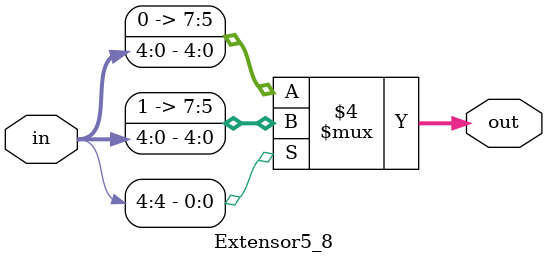
<source format=v>

module tp10();

endmodule


module Mux2_1(in1, in2, sel, out);
	input [7:0]in1, in2;
	input sel;
	output reg[7:0]out;
	
	always @(in1, in2, sel)
	begin
		case(sel)
			1'b0: out <= in1;
			1'b1: out <= in2;
		endcase
	end
endmodule


module Mux2B2_1(in1, in2, sel, out);
	input [1:0]in1, in2;
	input sel;
	output reg[1:0]out;
	
	always @(in1, in2, sel) begin
		case(sel)
		 			1'b0: out <= in1;
					1'b1: out <= in2;
		endcase
	end
endmodule


module Somador(in1, in2, out);
	input [7:0]in1, in2;
	output reg [7:0] out;
	
	always@(in1, in2) begin out <= in1 + in2; end
endmodule


module Branch(zero, comp, inst, sJump, sBranch, out);
	input zero, comp, sJump, sBranch;
	input [2:0]inst;
	output reg[1:0]out;
	
	always @(zero, sJump, sBranch, comp) begin
		if(sJump == 1) begin out <= 2'b10; end
		else if( (sBranch == 1 && zero == 1 && inst == 3'b100) || (sBranch == 1 && comp == 1 && inst == 3'b110))
		begin
			out <= 2'b01;
		end
		else begin out <= 2'b00; end
	end
endmodule


module Extensor1_8(in, out);
	input in;
	output reg [7:0] out;
	
	always @(in) begin
		if(in == 0) begin	out <= {7'b0000000, in}; end
		else begin out <= {7'b1111111, in}; end
	end
endmodule


module Extensor5_8(in, out);
	input [4:0] in;
	output reg [7:0] out;
	
	always @(in) begin
		if(in[4] == 0) begin	out <= {3'b000, in}; end
		else begin out <= {3'b111, in}; end
	end
endmodule

</source>
